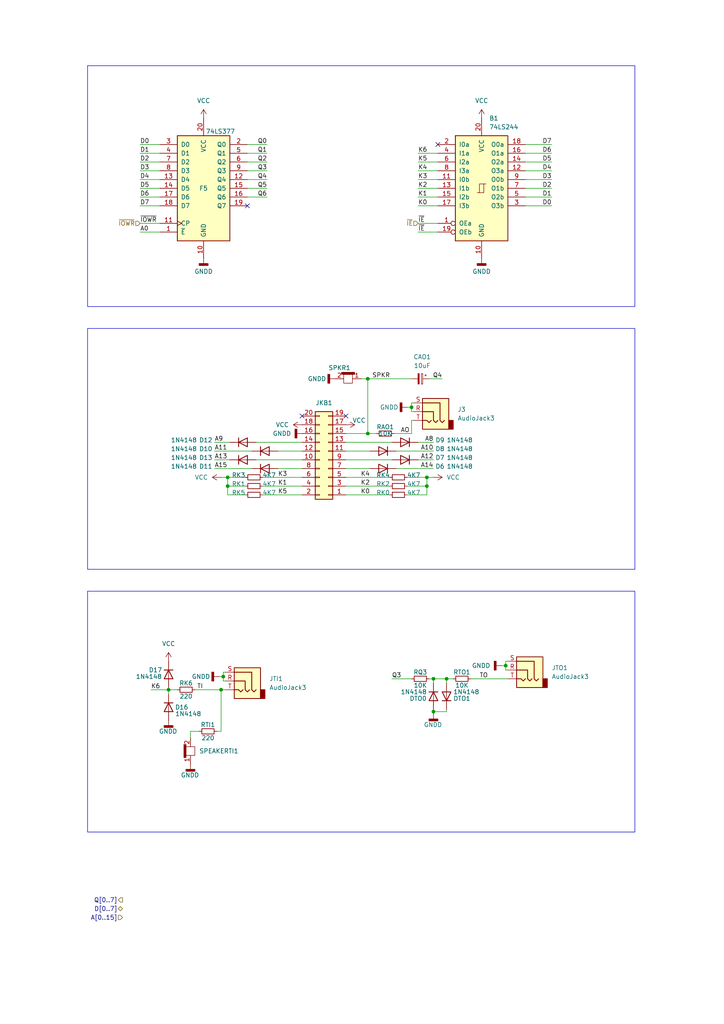
<source format=kicad_sch>
(kicad_sch (version 20231120) (generator "eeschema") (generator_version "8.0")
  (paper "A4" portrait)
  (title_block (title "Turbo Spectrum ( CoBra 2 ) ") (company "© 2022 The Cismas Foundation"))
  (lib_symbols
    (symbol "74xx:74LS244" (pin_names (offset 1.016))
      (property "Reference" "U" (at -7.62 16.51 0))
      (property "Value" "74LS244" (at -7.62 -16.51 0))
      (symbol "74LS244_1_0"
        (polyline (pts (xy -0.635 -1.27) (xy -0.635 1.27) (xy 0.635 1.27)))
        (polyline (pts (xy -1.27 -1.27) (xy 0.635 -1.27) (xy 0.635 1.27) (xy 1.27 1.27)))
        (pin input inverted (at -12.7 -10.16 0) (length 5.08) (name "OEa") (number "1"))
        (pin power_in line (at 0 -20.32 90) (length 5.08) (name "GND") (number "10"))
        (pin input line (at -12.7 2.54 0) (length 5.08) (name "I0b") (number "11"))
        (pin tri_state line (at 12.7 5.08 180) (length 5.08) (name "O3a") (number "12"))
        (pin input line (at -12.7 0 0) (length 5.08) (name "I1b") (number "13"))
        (pin tri_state line (at 12.7 7.62 180) (length 5.08) (name "O2a") (number "14"))
        (pin input line (at -12.7 -2.54 0) (length 5.08) (name "I2b") (number "15"))
        (pin tri_state line (at 12.7 10.16 180) (length 5.08) (name "O1a") (number "16"))
        (pin input line (at -12.7 -5.08 0) (length 5.08) (name "I3b") (number "17"))
        (pin tri_state line (at 12.7 12.7 180) (length 5.08) (name "O0a") (number "18"))
        (pin input inverted (at -12.7 -12.7 0) (length 5.08) (name "OEb") (number "19"))
        (pin input line (at -12.7 12.7 0) (length 5.08) (name "I0a") (number "2"))
        (pin power_in line (at 0 20.32 270) (length 5.08) (name "VCC") (number "20"))
        (pin tri_state line (at 12.7 -5.08 180) (length 5.08) (name "O3b") (number "3"))
        (pin input line (at -12.7 10.16 0) (length 5.08) (name "I1a") (number "4"))
        (pin tri_state line (at 12.7 -2.54 180) (length 5.08) (name "O2b") (number "5"))
        (pin input line (at -12.7 7.62 0) (length 5.08) (name "I2a") (number "6"))
        (pin tri_state line (at 12.7 0 180) (length 5.08) (name "O1b") (number "7"))
        (pin input line (at -12.7 5.08 0) (length 5.08) (name "I3a") (number "8"))
        (pin tri_state line (at 12.7 2.54 180) (length 5.08) (name "O0b") (number "9"))
      )
      (symbol "74LS244_1_1"
        (rectangle (start -7.62 15.24) (end 7.62 -15.24) (stroke (width 0.254)) (fill (type background)))
      )
    )
    (symbol "74xx:74LS377" (pin_names (offset 1.016))
      (property "Reference" "U" (at -7.62 16.51 0))
      (property "Value" "74LS377" (at -7.62 -16.51 0))
      (symbol "74LS377_1_0"
        (pin input line (at -12.7 -12.7 0) (length 5.08) (name "~{E}") (number "1"))
        (pin power_in line (at 0 -20.32 90) (length 5.08) (name "GND") (number "10"))
        (pin input clock (at -12.7 -10.16 0) (length 5.08) (name "CP") (number "11"))
        (pin output line (at 12.7 2.54 180) (length 5.08) (name "Q4") (number "12"))
        (pin input line (at -12.7 2.54 0) (length 5.08) (name "D4") (number "13"))
        (pin input line (at -12.7 0 0) (length 5.08) (name "D5") (number "14"))
        (pin output line (at 12.7 0 180) (length 5.08) (name "Q5") (number "15"))
        (pin output line (at 12.7 -2.54 180) (length 5.08) (name "Q6") (number "16"))
        (pin input line (at -12.7 -2.54 0) (length 5.08) (name "D6") (number "17"))
        (pin input line (at -12.7 -5.08 0) (length 5.08) (name "D7") (number "18"))
        (pin output line (at 12.7 -5.08 180) (length 5.08) (name "Q7") (number "19"))
        (pin output line (at 12.7 12.7 180) (length 5.08) (name "Q0") (number "2"))
        (pin power_in line (at 0 20.32 270) (length 5.08) (name "VCC") (number "20"))
        (pin input line (at -12.7 12.7 0) (length 5.08) (name "D0") (number "3"))
        (pin input line (at -12.7 10.16 0) (length 5.08) (name "D1") (number "4"))
        (pin output line (at 12.7 10.16 180) (length 5.08) (name "Q1") (number "5"))
        (pin output line (at 12.7 7.62 180) (length 5.08) (name "Q2") (number "6"))
        (pin input line (at -12.7 7.62 0) (length 5.08) (name "D2") (number "7"))
        (pin input line (at -12.7 5.08 0) (length 5.08) (name "D3") (number "8"))
        (pin output line (at 12.7 5.08 180) (length 5.08) (name "Q3") (number "9"))
      )
      (symbol "74LS377_1_1"
        (rectangle (start -7.62 15.24) (end 7.62 -15.24) (stroke (width 0.254)) (fill (type background)))
      )
    )
    (symbol "Connector_Audio:AudioJack3"
      (property "Reference" "J" (at 0 8.89 0))
      (property "Value" "AudioJack3" (at 0 6.35 0))
      (symbol "AudioJack3_0_1"
        (rectangle (start -5.08 -5.08) (end -6.35 -2.54) (stroke (width 0.254)) (fill (type outline)))
        (polyline (pts (xy 0 -2.54) (xy 0.635 -3.175) (xy 1.27 -2.54) (xy 2.54 -2.54)) (stroke (width 0.254)))
        (polyline (pts (xy -1.905 -2.54) (xy -1.27 -3.175) (xy -0.635 -2.54) (xy -0.635 0) (xy 2.54 0)) (stroke (width 0.254)))
        (polyline (pts (xy 2.54 2.54) (xy -2.54 2.54) (xy -2.54 -2.54) (xy -3.175 -3.175) (xy -3.81 -2.54)) (stroke (width 0.254)))
        (rectangle (start 2.54 3.81) (end -5.08 -5.08) (stroke (width 0.254)) (fill (type background)))
      )
      (symbol "AudioJack3_1_1"
        (pin passive line (at 5.08 0 180) (length 2.54) (name "~") (number "R"))
        (pin passive line (at 5.08 2.54 180) (length 2.54) (name "~") (number "S"))
        (pin passive line (at 5.08 -2.54 180) (length 2.54) (name "~") (number "T"))
      )
    )
    (symbol "Connector_Generic:Conn_02x10_Odd_Even" (pin_names (offset 1.016) hide)
      (property "Reference" "J" (at 1.27 12.7 0))
      (property "Value" "Conn_02x10_Odd_Even" (at 1.27 -15.24 0))
      (symbol "Conn_02x10_Odd_Even_1_1"
        (rectangle (start -1.27 -12.573) (end 0 -12.827) (stroke (width 0.1524)))
        (rectangle (start -1.27 -10.033) (end 0 -10.287) (stroke (width 0.1524)))
        (rectangle (start -1.27 -7.493) (end 0 -7.747) (stroke (width 0.1524)))
        (rectangle (start -1.27 -4.953) (end 0 -5.207) (stroke (width 0.1524)))
        (rectangle (start -1.27 -2.413) (end 0 -2.667) (stroke (width 0.1524)))
        (rectangle (start -1.27 0.127) (end 0 -0.127) (stroke (width 0.1524)))
        (rectangle (start -1.27 2.667) (end 0 2.413) (stroke (width 0.1524)))
        (rectangle (start -1.27 5.207) (end 0 4.953) (stroke (width 0.1524)))
        (rectangle (start -1.27 7.747) (end 0 7.493) (stroke (width 0.1524)))
        (rectangle (start -1.27 10.287) (end 0 10.033) (stroke (width 0.1524)))
        (rectangle (start -1.27 11.43) (end 3.81 -13.97) (stroke (width 0.254)) (fill (type background)))
        (rectangle (start 3.81 -12.573) (end 2.54 -12.827) (stroke (width 0.1524)))
        (rectangle (start 3.81 -10.033) (end 2.54 -10.287) (stroke (width 0.1524)))
        (rectangle (start 3.81 -7.493) (end 2.54 -7.747) (stroke (width 0.1524)))
        (rectangle (start 3.81 -4.953) (end 2.54 -5.207) (stroke (width 0.1524)))
        (rectangle (start 3.81 -2.413) (end 2.54 -2.667) (stroke (width 0.1524)))
        (rectangle (start 3.81 0.127) (end 2.54 -0.127) (stroke (width 0.1524)))
        (rectangle (start 3.81 2.667) (end 2.54 2.413) (stroke (width 0.1524)))
        (rectangle (start 3.81 5.207) (end 2.54 4.953) (stroke (width 0.1524)))
        (rectangle (start 3.81 7.747) (end 2.54 7.493) (stroke (width 0.1524)))
        (rectangle (start 3.81 10.287) (end 2.54 10.033) (stroke (width 0.1524)))
        (pin passive line (at -5.08 10.16 0) (length 3.81) (name "Pin_1") (number "1"))
        (pin passive line (at 7.62 0 180) (length 3.81) (name "Pin_10") (number "10"))
        (pin passive line (at -5.08 -2.54 0) (length 3.81) (name "Pin_11") (number "11"))
        (pin passive line (at 7.62 -2.54 180) (length 3.81) (name "Pin_12") (number "12"))
        (pin passive line (at -5.08 -5.08 0) (length 3.81) (name "Pin_13") (number "13"))
        (pin passive line (at 7.62 -5.08 180) (length 3.81) (name "Pin_14") (number "14"))
        (pin passive line (at -5.08 -7.62 0) (length 3.81) (name "Pin_15") (number "15"))
        (pin passive line (at 7.62 -7.62 180) (length 3.81) (name "Pin_16") (number "16"))
        (pin passive line (at -5.08 -10.16 0) (length 3.81) (name "Pin_17") (number "17"))
        (pin passive line (at 7.62 -10.16 180) (length 3.81) (name "Pin_18") (number "18"))
        (pin passive line (at -5.08 -12.7 0) (length 3.81) (name "Pin_19") (number "19"))
        (pin passive line (at 7.62 10.16 180) (length 3.81) (name "Pin_2") (number "2"))
        (pin passive line (at 7.62 -12.7 180) (length 3.81) (name "Pin_20") (number "20"))
        (pin passive line (at -5.08 7.62 0) (length 3.81) (name "Pin_3") (number "3"))
        (pin passive line (at 7.62 7.62 180) (length 3.81) (name "Pin_4") (number "4"))
        (pin passive line (at -5.08 5.08 0) (length 3.81) (name "Pin_5") (number "5"))
        (pin passive line (at 7.62 5.08 180) (length 3.81) (name "Pin_6") (number "6"))
        (pin passive line (at -5.08 2.54 0) (length 3.81) (name "Pin_7") (number "7"))
        (pin passive line (at 7.62 2.54 180) (length 3.81) (name "Pin_8") (number "8"))
        (pin passive line (at -5.08 0 0) (length 3.81) (name "Pin_9") (number "9"))
      )
    )
    (symbol "Device:C_Polarized_Small" (pin_numbers hide) (pin_names (offset 0.254) hide)
      (property "Reference" "C" (at 0.254 1.778 0))
      (property "Value" "C_Polarized_Small" (at 0.254 -2.032 0))
      (symbol "C_Polarized_Small_0_1"
        (rectangle (start -1.524 -0.3048) (end 1.524 -0.6858) (fill (type outline)))
        (rectangle (start -1.524 0.6858) (end 1.524 0.3048))
        (polyline (pts (xy -1.27 1.524) (xy -0.762 1.524)))
        (polyline (pts (xy -1.016 1.27) (xy -1.016 1.778)))
      )
      (symbol "C_Polarized_Small_1_1"
        (pin passive line (at 0 2.54 270) (length 1.8542) (name "~") (number "1"))
        (pin passive line (at 0 -2.54 90) (length 1.8542) (name "~") (number "2"))
      )
    )
    (symbol "Device:Earphone" (pin_names (offset 0.0254) hide)
      (property "Reference" "LS" (at 2.54 3.81 0))
      (property "Value" "Earphone" (at 2.54 1.905 0))
      (symbol "Earphone_0_1"
        (rectangle (start 1.27 -0.635) (end 1.905 3.175) (fill (type outline)))
        (rectangle (start 1.27 0) (end -1.27 2.54))
      )
      (symbol "Earphone_1_1"
        (pin passive line (at 0 -2.54 90) (length 2.54) (name "-") (number "1"))
        (pin passive line (at 0 5.08 270) (length 2.54) (name "+") (number "2"))
      )
    )
    (symbol "Device:R_Small" (pin_numbers hide) (pin_names (offset 0.254) hide)
      (property "Reference" "R" (at 0.762 0.508 0))
      (property "Value" "R_Small" (at 0.762 -1.016 0))
      (symbol "R_Small_0_1"
        (rectangle (start -0.762 1.778) (end 0.762 -1.778) (stroke (width 0.2032)))
      )
      (symbol "R_Small_1_1"
        (pin passive line (at 0 2.54 270) (length 0.762) (name "~") (number "1"))
        (pin passive line (at 0 -2.54 90) (length 0.762) (name "~") (number "2"))
      )
    )
    (symbol "Diode:1N4148" (pin_numbers hide) (pin_names hide)
      (property "Reference" "D" (at 0 2.54 0))
      (property "Value" "1N4148" (at 0 -2.54 0))
      (symbol "1N4148_0_1"
        (polyline (pts (xy -1.27 1.27) (xy -1.27 -1.27)) (stroke (width 0.254)))
        (polyline (pts (xy 1.27 0) (xy -1.27 0)))
        (polyline (pts (xy 1.27 1.27) (xy 1.27 -1.27) (xy -1.27 0) (xy 1.27 1.27)) (stroke (width 0.254)))
      )
      (symbol "1N4148_1_1"
        (pin passive line (at -3.81 0 0) (length 2.54) (name "K") (number "1"))
        (pin passive line (at 3.81 0 180) (length 2.54) (name "A") (number "2"))
      )
    )
    (symbol "power:GNDD" (power) (pin_numbers hide) (pin_names (offset 0) hide)
      (property "Value" "GNDD" (at 0 -3.175 0))
      (symbol "GNDD_0_1"
        (rectangle (start -1.27 -1.524) (end 1.27 -2.032) (stroke (width 0.254)) (fill (type outline)))
        (polyline (pts (xy 0 0) (xy 0 -1.524)))
      )
      (symbol "GNDD_1_1"
        (pin power_in line (at 0 0 270) (length 0) (name "~") (number "1"))
      )
    )
    (symbol "power:VCC" (power) (pin_numbers hide) (pin_names (offset 0) hide)
      (property "Value" "VCC" (at 0 3.556 0))
      (symbol "VCC_0_1"
        (polyline (pts (xy -0.762 1.27) (xy 0 2.54)))
        (polyline (pts (xy 0 0) (xy 0 2.54)))
        (polyline (pts (xy 0 2.54) (xy 0.762 1.27)))
      )
      (symbol "VCC_1_1"
        (pin power_in line (at 0 0 90) (length 0) (name "~") (number "1"))
      )
    )
  )
  (junction (at 64.135 200.025))
  (junction (at 123.825 138.43))
  (junction (at 119.38 118.11))
  (junction (at 129.54 196.85))
  (junction (at 66.04 140.97))
  (junction (at 123.825 140.97))
  (junction (at 48.895 200.025))
  (junction (at 64.77 196.215))
  (junction (at 106.68 109.855))
  (junction (at 125.73 196.85))
  (junction (at 66.04 138.43))
  (junction (at 106.68 125.73))
  (junction (at 146.685 193.04))
  (junction (at 125.73 206.375))
  (no_connect (at 87.63 120.65))
  (no_connect (at 100.33 120.65))
  (no_connect (at 127 41.91))
  (no_connect (at 71.755 59.69))
  (wire (pts (xy 114.935 130.81) (xy 125.73 130.81)))
  (wire (pts (xy 100.33 130.81) (xy 107.315 130.81)))
  (wire (pts (xy 71.755 44.45) (xy 77.47 44.45)))
  (wire (pts (xy 129.54 205.74) (xy 129.54 206.375)))
  (wire (pts (xy 145.415 193.04) (xy 146.685 193.04)))
  (wire (pts (xy 64.135 200.025) (xy 65.405 200.025)))
  (wire (pts (xy 106.68 125.73) (xy 109.22 125.73)))
  (wire (pts (xy 147.32 194.31) (xy 146.685 194.31)))
  (wire (pts (xy 121.285 52.07) (xy 127 52.07)))
  (wire (pts (xy 51.435 200.025) (xy 48.895 200.025)))
  (wire (pts (xy 152.4 54.61) (xy 160.02 54.61)))
  (wire (pts (xy 129.54 198.12) (xy 129.54 196.85)))
  (wire (pts (xy 40.64 49.53) (xy 46.355 49.53)))
  (wire (pts (xy 118.11 118.11) (xy 119.38 118.11)))
  (wire (pts (xy 73.025 135.89) (xy 62.23 135.89)))
  (wire (pts (xy 66.04 138.43) (xy 71.12 138.43)))
  (wire (pts (xy 121.285 67.31) (xy 127 67.31)))
  (wire (pts (xy 119.38 121.92) (xy 120.015 121.92)))
  (wire (pts (xy 118.11 138.43) (xy 123.825 138.43)))
  (wire (pts (xy 100.33 133.35) (xy 113.665 133.35)))
  (wire (pts (xy 66.675 133.35) (xy 62.23 133.35)))
  (wire (pts (xy 121.285 57.15) (xy 127 57.15)))
  (wire (pts (xy 146.685 194.31) (xy 146.685 193.04)))
  (wire (pts (xy 106.68 109.855) (xy 119.38 109.855)))
  (wire (pts (xy 104.775 109.855) (xy 106.68 109.855)))
  (wire (pts (xy 119.38 125.73) (xy 119.38 121.92)))
  (wire (pts (xy 48.895 200.025) (xy 48.895 201.295)))
  (wire (pts (xy 136.525 196.85) (xy 147.32 196.85)))
  (wire (pts (xy 121.285 46.99) (xy 127 46.99)))
  (wire (pts (xy 40.64 54.61) (xy 46.355 54.61)))
  (wire (pts (xy 62.865 212.09) (xy 64.135 212.09)))
  (wire (pts (xy 48.895 199.39) (xy 48.895 200.025)))
  (wire (pts (xy 64.77 194.945) (xy 65.405 194.945)))
  (wire (pts (xy 56.515 200.025) (xy 64.135 200.025)))
  (wire (pts (xy 121.285 44.45) (xy 127 44.45)))
  (wire (pts (xy 71.755 41.91) (xy 77.47 41.91)))
  (wire (pts (xy 76.2 143.51) (xy 87.63 143.51)))
  (wire (pts (xy 124.46 196.85) (xy 125.73 196.85)))
  (wire (pts (xy 121.285 59.69) (xy 127 59.69)))
  (wire (pts (xy 121.285 64.77) (xy 127 64.77)))
  (wire (pts (xy 152.4 52.07) (xy 160.02 52.07)))
  (wire (pts (xy 146.685 191.77) (xy 147.32 191.77)))
  (wire (pts (xy 40.64 46.99) (xy 46.355 46.99)))
  (wire (pts (xy 76.2 138.43) (xy 87.63 138.43)))
  (wire (pts (xy 66.675 128.27) (xy 62.23 128.27)))
  (wire (pts (xy 76.2 140.97) (xy 87.63 140.97)))
  (wire (pts (xy 121.285 133.35) (xy 125.73 133.35)))
  (wire (pts (xy 80.645 135.89) (xy 87.63 135.89)))
  (wire (pts (xy 40.64 59.69) (xy 46.355 59.69)))
  (wire (pts (xy 125.73 205.74) (xy 125.73 206.375)))
  (wire (pts (xy 40.64 52.07) (xy 46.355 52.07)))
  (wire (pts (xy 152.4 46.99) (xy 160.02 46.99)))
  (wire (pts (xy 100.33 143.51) (xy 113.03 143.51)))
  (wire (pts (xy 40.64 57.15) (xy 46.355 57.15)))
  (wire (pts (xy 43.815 200.025) (xy 48.895 200.025)))
  (wire (pts (xy 55.245 212.09) (xy 57.785 212.09)))
  (wire (pts (xy 123.825 140.97) (xy 123.825 143.51)))
  (wire (pts (xy 121.285 54.61) (xy 127 54.61)))
  (wire (pts (xy 74.295 133.35) (xy 87.63 133.35)))
  (wire (pts (xy 118.11 143.51) (xy 123.825 143.51)))
  (wire (pts (xy 125.73 206.375) (xy 125.73 207.01)))
  (wire (pts (xy 40.64 41.91) (xy 46.355 41.91)))
  (wire (pts (xy 114.935 135.89) (xy 125.73 135.89)))
  (wire (pts (xy 106.68 109.855) (xy 106.68 125.73)))
  (wire (pts (xy 66.04 140.97) (xy 66.04 143.51)))
  (wire (pts (xy 146.685 193.04) (xy 146.685 191.77)))
  (wire (pts (xy 152.4 41.91) (xy 160.02 41.91)))
  (wire (pts (xy 71.755 49.53) (xy 77.47 49.53)))
  (wire (pts (xy 114.3 125.73) (xy 119.38 125.73)))
  (wire (pts (xy 121.285 49.53) (xy 127 49.53)))
  (wire (pts (xy 55.245 212.09) (xy 55.245 213.995)))
  (wire (pts (xy 129.54 196.85) (xy 131.445 196.85)))
  (wire (pts (xy 100.33 140.97) (xy 113.03 140.97)))
  (wire (pts (xy 100.33 138.43) (xy 113.03 138.43)))
  (wire (pts (xy 119.38 116.84) (xy 120.015 116.84)))
  (wire (pts (xy 124.46 109.855) (xy 128.27 109.855)))
  (wire (pts (xy 40.64 64.77) (xy 46.355 64.77)))
  (wire (pts (xy 100.33 135.89) (xy 107.315 135.89)))
  (wire (pts (xy 100.33 128.27) (xy 113.665 128.27)))
  (wire (pts (xy 125.73 196.85) (xy 129.54 196.85)))
  (wire (pts (xy 71.755 52.07) (xy 77.47 52.07)))
  (wire (pts (xy 71.755 57.15) (xy 77.47 57.15)))
  (wire (pts (xy 125.73 198.12) (xy 125.73 196.85)))
  (wire (pts (xy 129.54 206.375) (xy 125.73 206.375)))
  (wire (pts (xy 152.4 57.15) (xy 160.02 57.15)))
  (wire (pts (xy 71.12 143.51) (xy 66.04 143.51)))
  (wire (pts (xy 66.04 138.43) (xy 66.04 140.97)))
  (wire (pts (xy 121.285 128.27) (xy 125.73 128.27)))
  (wire (pts (xy 125.73 138.43) (xy 123.825 138.43)))
  (wire (pts (xy 119.38 119.38) (xy 119.38 118.11)))
  (wire (pts (xy 64.135 212.09) (xy 64.135 200.025)))
  (wire (pts (xy 113.665 196.85) (xy 119.38 196.85)))
  (wire (pts (xy 119.38 118.11) (xy 119.38 116.84)))
  (wire (pts (xy 65.405 197.485) (xy 64.77 197.485)))
  (wire (pts (xy 64.135 138.43) (xy 66.04 138.43)))
  (wire (pts (xy 123.825 138.43) (xy 123.825 140.97)))
  (wire (pts (xy 152.4 59.69) (xy 160.02 59.69)))
  (wire (pts (xy 73.025 130.81) (xy 62.23 130.81)))
  (wire (pts (xy 40.64 44.45) (xy 46.355 44.45)))
  (wire (pts (xy 152.4 44.45) (xy 160.02 44.45)))
  (wire (pts (xy 100.33 125.73) (xy 106.68 125.73)))
  (wire (pts (xy 66.04 140.97) (xy 71.12 140.97)))
  (wire (pts (xy 152.4 49.53) (xy 160.02 49.53)))
  (wire (pts (xy 118.11 140.97) (xy 123.825 140.97)))
  (wire (pts (xy 120.015 119.38) (xy 119.38 119.38)))
  (wire (pts (xy 64.77 197.485) (xy 64.77 196.215)))
  (wire (pts (xy 64.77 196.215) (xy 64.77 194.945)))
  (wire (pts (xy 80.645 130.81) (xy 87.63 130.81)))
  (wire (pts (xy 63.5 196.215) (xy 64.77 196.215)))
  (wire (pts (xy 74.295 128.27) (xy 87.63 128.27)))
  (wire (pts (xy 71.755 46.99) (xy 77.47 46.99)))
  (wire (pts (xy 40.64 67.31) (xy 46.355 67.31)))
  (wire (pts (xy 71.755 54.61) (xy 77.47 54.61)))
  (rectangle (start 25.4 171.45) (end 184.15 241.3))
  (rectangle (start 25.4 95.25) (end 184.15 165.1))
  (rectangle (start 25.4 19.05) (end 184.15 88.9))
  (label "Q0" (at 77.47 41.91 180))
  (label "K6" (at 43.815 200.025 0))
  (label "D4" (at 160.02 49.53 180))
  (label "D5" (at 160.02 46.99 180))
  (label "A12" (at 125.73 133.35 180))
  (label "K2" (at 121.285 54.61 0))
  (label "K4" (at 121.285 49.53 0))
  (label "Q4" (at 128.27 109.855 180))
  (label "Q4" (at 77.47 52.07 180))
  (label "K1" (at 80.645 140.97 0))
  (label "~{IE}" (at 121.285 64.77 0))
  (label "D0" (at 40.64 41.91 0))
  (label "D2" (at 40.64 46.99 0))
  (label "K4" (at 107.315 138.43 180))
  (label "Q3" (at 113.665 196.85 0))
  (label "~{IOWR}" (at 40.64 64.77 0))
  (label "A9" (at 62.23 128.27 0))
  (label "A13" (at 62.23 133.35 0))
  (label "A0" (at 40.64 67.31 0))
  (label "D2" (at 160.02 54.61 180))
  (label "K1" (at 121.285 57.15 0))
  (label "D6" (at 40.64 57.15 0))
  (label "D7" (at 160.02 41.91 180))
  (label "K3" (at 80.645 138.43 0))
  (label "D1" (at 40.64 44.45 0))
  (label "D3" (at 40.64 49.53 0))
  (label "D0" (at 160.02 59.69 180))
  (label "A15" (at 62.23 135.89 0))
  (label "D5" (at 40.64 54.61 0))
  (label "K0" (at 121.285 59.69 0))
  (label "D7" (at 40.64 59.69 0))
  (label "A8" (at 125.73 128.27 180))
  (label "SPKR" (at 107.95 109.855 0))
  (label "D6" (at 160.02 44.45 180))
  (label "TI" (at 57.15 200.025 0))
  (label "~{IE}" (at 121.285 67.31 0))
  (label "Q1" (at 77.47 44.45 180))
  (label "A14" (at 125.73 135.89 180))
  (label "K5" (at 80.645 143.51 0))
  (label "AO" (at 116.205 125.73 0))
  (label "A11" (at 62.23 130.81 0))
  (label "A10" (at 125.73 130.81 180))
  (label "K2" (at 107.315 140.97 180))
  (label "K5" (at 121.285 46.99 0))
  (label "TO" (at 139.065 196.85 0))
  (label "D1" (at 160.02 57.15 180))
  (label "Q6" (at 77.47 57.15 180))
  (label "D3" (at 160.02 52.07 180))
  (label "Q3" (at 77.47 49.53 180))
  (label "D4" (at 40.64 52.07 0))
  (label "K6" (at 121.285 44.45 0))
  (label "K3" (at 121.285 52.07 0))
  (label "K0" (at 107.315 143.51 180))
  (label "Q5" (at 77.47 54.61 180))
  (label "Q2" (at 77.47 46.99 180))
  (hierarchical_label "~{IE}" (shape input) (at 121.285 64.77 180))
  (hierarchical_label "~{IOWR}" (shape input) (at 40.64 64.77 180))
  (hierarchical_label "D[0..7]" (shape bidirectional) (at 35.56 263.525 180))
  (hierarchical_label "Q[0..7]" (shape output) (at 35.56 260.985 180))
  (hierarchical_label "A[0..15]" (shape input) (at 35.56 266.065 180))
  (symbol (lib_id "Device:R_Small") (at 121.92 196.85 90) (unit 1)
    (property "Reference" "RQ3" (at 121.92 194.945 90))
    (property "Value" "10K" (at 121.92 198.755 90))
    (property "Footprint" "Resistor_THT:R_Axial_DIN0204_L3.6mm_D1.6mm_P7.62mm_Horizontal" (effects (hide yes)))
    (property "Description" "Resistor, small symbol" (effects (hide yes)))
  )
  (symbol (lib_id "Device:R_Small") (at 115.57 140.97 90) (unit 1)
    (property "Reference" "RK2" (at 111.125 140.335 90))
    (property "Value" "4K7" (at 120.015 140.335 90))
    (property "Footprint" "Resistor_THT:R_Axial_DIN0204_L3.6mm_D1.6mm_P7.62mm_Horizontal" (effects (hide yes)))
    (property "Description" "Resistor, small symbol" (effects (hide yes)))
  )
  (symbol (lib_id "Device:R_Small") (at 73.66 140.97 90) (unit 1)
    (property "Reference" "RK1" (at 69.215 140.335 90))
    (property "Value" "4K7" (at 78.105 140.335 90))
    (property "Footprint" "Resistor_THT:R_Axial_DIN0204_L3.6mm_D1.6mm_P7.62mm_Horizontal" (effects (hide yes)))
    (property "Description" "Resistor, small symbol" (effects (hide yes)))
  )
  (symbol (lib_id "Connector_Audio:AudioJack3") (at 70.485 197.485 0) (mirror y) (unit 1)
    (property "Reference" "JTI1" (at 78.105 196.8499 0) (effects (justify right)))
    (property "Value" "AudioJack3" (at 78.105 199.3899 0) (effects (justify right)))
    (property "Footprint" "Connector_Audio:Jack_3.5mm_CUI_SJ1-3533NG_Horizontal" (effects (hide yes)))
    (property "Description" "Audio Jack, 3 Poles (Stereo / TRS)" (effects (hide yes)))
  )
  (symbol (lib_id "power:GNDD") (at 125.73 207.01 0) (unit 1)
    (property "Reference" "#PWR0197" (effects (hide yes)))
    (property "Value" "GNDD" (at 128.27 210.185 0) (effects (justify right)))
    (property "Description" "Power symbol creates a global label with name \"GNDD\" , digital ground" (effects (hide yes)))
  )
  (symbol (lib_id "power:GNDD") (at 139.7 74.93 0) (unit 1)
    (property "Reference" "#PWR0189" (effects (hide yes)))
    (property "Value" "GNDD" (at 139.7 78.74 0))
    (property "Description" "Power symbol creates a global label with name \"GNDD\" , digital ground" (effects (hide yes)))
  )
  (symbol (lib_id "power:GNDD") (at 87.63 125.73 270) (unit 1)
    (property "Reference" "#PWR0194" (effects (hide yes)))
    (property "Value" "GNDD" (at 84.455 125.7299 90) (effects (justify right)))
    (property "Description" "Power symbol creates a global label with name \"GNDD\" , digital ground" (effects (hide yes)))
  )
  (symbol (lib_id "Diode:1N4148") (at 76.835 135.89 0) (mirror x) (unit 1)
    (property "Reference" "D11" (at 59.69 135.255 0))
    (property "Value" "1N4148" (at 53.34 135.255 0))
    (property "Footprint" "Diode_THT:D_DO-35_SOD27_P7.62mm_Horizontal" (effects (hide yes)))
    (property "Datasheet" "https://assets.nexperia.com/documents/data-sheet/1N4148_1N4448.pdf" (effects (hide yes)))
    (property "Description" "100V 0.15A standard switching diode, DO-35" (effects (hide yes)))
    (property "Sim.Device" "D" (effects (hide yes)))
    (property "Sim.Pins" "1=K 2=A" (effects (hide yes)))
  )
  (symbol (lib_id "Device:C_Polarized_Small") (at 121.92 109.855 270) (unit 1)
    (property "Reference" "CAO1" (at 122.4661 103.505 90))
    (property "Value" "10uF" (at 122.4661 106.045 90))
    (property "Footprint" "Capacitor_THT:CP_Radial_D5.0mm_P2.50mm" (effects (hide yes)))
    (property "Description" "Polarized capacitor, small symbol" (effects (hide yes)))
  )
  (symbol (lib_id "Diode:1N4148") (at 117.475 128.27 180) (unit 1)
    (property "Reference" "D9" (at 127.635 127.635 0))
    (property "Value" "1N4148" (at 133.35 127.635 0))
    (property "Footprint" "Diode_THT:D_DO-35_SOD27_P7.62mm_Horizontal" (effects (hide yes)))
    (property "Datasheet" "https://assets.nexperia.com/documents/data-sheet/1N4148_1N4448.pdf" (effects (hide yes)))
    (property "Description" "100V 0.15A standard switching diode, DO-35" (effects (hide yes)))
    (property "Sim.Device" "D" (effects (hide yes)))
    (property "Sim.Pins" "1=K 2=A" (effects (hide yes)))
  )
  (symbol (lib_id "Diode:1N4148") (at 111.125 135.89 180) (unit 1)
    (property "Reference" "D6" (at 127.635 135.255 0))
    (property "Value" "1N4148" (at 133.35 135.255 0))
    (property "Footprint" "Diode_THT:D_DO-35_SOD27_P7.62mm_Horizontal" (effects (hide yes)))
    (property "Datasheet" "https://assets.nexperia.com/documents/data-sheet/1N4148_1N4448.pdf" (effects (hide yes)))
    (property "Description" "100V 0.15A standard switching diode, DO-35" (effects (hide yes)))
    (property "Sim.Device" "D" (effects (hide yes)))
    (property "Sim.Pins" "1=K 2=A" (effects (hide yes)))
  )
  (symbol (lib_id "power:GNDD") (at 118.11 118.11 270) (unit 1)
    (property "Reference" "#PWR0191" (effects (hide yes)))
    (property "Value" "GNDD" (at 115.57 118.11 90) (effects (justify right)))
    (property "Description" "Power symbol creates a global label with name \"GNDD\" , digital ground" (effects (hide yes)))
  )
  (symbol (lib_id "Diode:1N4148") (at 76.835 130.81 0) (mirror x) (unit 1)
    (property "Reference" "D10" (at 59.69 130.175 0))
    (property "Value" "1N4148" (at 53.34 130.175 0))
    (property "Footprint" "Diode_THT:D_DO-35_SOD27_P7.62mm_Horizontal" (effects (hide yes)))
    (property "Datasheet" "https://assets.nexperia.com/documents/data-sheet/1N4148_1N4448.pdf" (effects (hide yes)))
    (property "Description" "100V 0.15A standard switching diode, DO-35" (effects (hide yes)))
    (property "Sim.Device" "D" (effects (hide yes)))
    (property "Sim.Pins" "1=K 2=A" (effects (hide yes)))
  )
  (symbol (lib_id "Connector_Audio:AudioJack3") (at 152.4 194.31 0) (mirror y) (unit 1)
    (property "Reference" "JTO1" (at 160.02 193.6749 0) (effects (justify right)))
    (property "Value" "AudioJack3" (at 160.02 196.2149 0) (effects (justify right)))
    (property "Footprint" "Connector_Audio:Jack_3.5mm_CUI_SJ1-3533NG_Horizontal" (effects (hide yes)))
    (property "Description" "Audio Jack, 3 Poles (Stereo / TRS)" (effects (hide yes)))
  )
  (symbol (lib_id "power:GNDD") (at 55.245 221.615 0) (unit 1)
    (property "Reference" "#PWR0200" (effects (hide yes)))
    (property "Value" "GNDD" (at 57.785 224.79 0) (effects (justify right)))
    (property "Description" "Power symbol creates a global label with name \"GNDD\" , digital ground" (effects (hide yes)))
  )
  (symbol (lib_id "power:VCC") (at 59.055 34.29 0) (unit 1)
    (property "Reference" "#PWR0186" (effects (hide yes)))
    (property "Value" "VCC" (at 59.055 29.21 0))
    (property "Description" "Power symbol creates a global label with name \"VCC\"" (effects (hide yes)))
  )
  (symbol (lib_id "power:VCC") (at 100.33 123.19 270) (unit 1)
    (property "Reference" "#PWR0192" (effects (hide yes)))
    (property "Value" "VCC" (at 102.235 121.92 90) (effects (justify left)))
    (property "Description" "Power symbol creates a global label with name \"VCC\"" (effects (hide yes)))
  )
  (symbol (lib_id "Device:R_Small") (at 60.325 212.09 90) (unit 1)
    (property "Reference" "RTI1" (at 60.325 210.185 90))
    (property "Value" "220" (at 60.325 213.995 90))
    (property "Footprint" "Resistor_THT:R_Axial_DIN0204_L3.6mm_D1.6mm_P7.62mm_Horizontal" (effects (hide yes)))
    (property "Description" "Resistor, small symbol" (effects (hide yes)))
  )
  (symbol (lib_id "power:VCC") (at 125.73 138.43 270) (unit 1)
    (property "Reference" "#PWR0190" (effects (hide yes)))
    (property "Value" "VCC" (at 129.54 138.4299 90) (effects (justify left)))
    (property "Description" "Power symbol creates a global label with name \"VCC\"" (effects (hide yes)))
  )
  (symbol (lib_id "Device:R_Small") (at 115.57 143.51 90) (unit 1)
    (property "Reference" "RK0" (at 111.125 142.875 90))
    (property "Value" "4K7" (at 120.015 142.875 90))
    (property "Footprint" "Resistor_THT:R_Axial_DIN0204_L3.6mm_D1.6mm_P7.62mm_Horizontal" (effects (hide yes)))
    (property "Description" "Resistor, small symbol" (effects (hide yes)))
  )
  (symbol (lib_id "Device:R_Small") (at 115.57 138.43 90) (unit 1)
    (property "Reference" "RK4" (at 111.125 137.795 90))
    (property "Value" "4K7" (at 120.015 137.795 90))
    (property "Footprint" "Resistor_THT:R_Axial_DIN0204_L3.6mm_D1.6mm_P7.62mm_Horizontal" (effects (hide yes)))
    (property "Description" "Resistor, small symbol" (effects (hide yes)))
  )
  (symbol (lib_id "Diode:1N4148") (at 48.895 195.58 270) (unit 1)
    (property "Reference" "D17" (at 45.085 194.31 90))
    (property "Value" "1N4148" (at 43.18 196.215 90))
    (property "Footprint" "Diode_THT:D_DO-35_SOD27_P7.62mm_Horizontal" (effects (hide yes)))
    (property "Datasheet" "https://assets.nexperia.com/documents/data-sheet/1N4148_1N4448.pdf" (effects (hide yes)))
    (property "Description" "100V 0.15A standard switching diode, DO-35" (effects (hide yes)))
    (property "Sim.Device" "D" (effects (hide yes)))
    (property "Sim.Pins" "1=K 2=A" (effects (hide yes)))
  )
  (symbol (lib_id "Connector_Generic:Conn_02x10_Odd_Even") (at 95.25 133.35 180) (unit 1)
    (property "Reference" "JKB1" (at 93.98 116.84 0))
    (property "Value" "Conn_02x10_Odd_Even" (effects (hide yes)))
    (property "Footprint" "Connector_PinHeader_2.54mm:PinHeader_2x10_P2.54mm_Vertical" (effects (hide yes)))
    (property "Description" "Generic connector, double row, 02x10, odd/even pin numbering scheme (row 1 odd numbers, row 2 even numbers), script generated (kicad-library-utils/schlib/autogen/connector/)" (effects (hide yes)))
  )
  (symbol (lib_id "Device:Earphone") (at 102.235 109.855 90) (unit 1)
    (property "Reference" "SPKR1" (at 95.25 106.68 90) (effects (justify right)))
    (property "Value" "Earphone" (effects (hide yes)))
    (property "Description" "Earphone, polarized" (effects (hide yes)))
  )
  (symbol (lib_id "Device:R_Small") (at 53.975 200.025 90) (unit 1)
    (property "Reference" "RK6" (at 53.975 198.12 90))
    (property "Value" "220" (at 53.975 201.93 90))
    (property "Footprint" "Resistor_THT:R_Axial_DIN0204_L3.6mm_D1.6mm_P7.62mm_Horizontal" (effects (hide yes)))
    (property "Description" "Resistor, small symbol" (effects (hide yes)))
  )
  (symbol (lib_id "74xx:74LS244") (at 139.7 54.61 0) (unit 1)
    (property "Reference" "B1" (at 141.8941 34.29 0) (effects (justify left)))
    (property "Value" "74LS244" (at 141.8941 36.83 0) (effects (justify left)))
    (property "Footprint" "Package_DIP:DIP-20_W7.62mm" (effects (hide yes)))
    (property "Datasheet" "http://www.ti.com/lit/ds/symlink/sn74ls244.pdf" (effects (hide yes)))
    (property "Description" "Octal Buffer and Line Driver With 3-State Output, active-low enables, non-inverting outputs" (effects (hide yes)))
  )
  (symbol (lib_id "Diode:1N4148") (at 117.475 133.35 180) (unit 1)
    (property "Reference" "D7" (at 127.635 132.715 0))
    (property "Value" "1N4148" (at 133.35 132.715 0))
    (property "Footprint" "Diode_THT:D_DO-35_SOD27_P7.62mm_Horizontal" (effects (hide yes)))
    (property "Datasheet" "https://assets.nexperia.com/documents/data-sheet/1N4148_1N4448.pdf" (effects (hide yes)))
    (property "Description" "100V 0.15A standard switching diode, DO-35" (effects (hide yes)))
    (property "Sim.Device" "D" (effects (hide yes)))
    (property "Sim.Pins" "1=K 2=A" (effects (hide yes)))
  )
  (symbol (lib_id "power:VCC") (at 48.895 191.77 0) (unit 1)
    (property "Reference" "#PWR0199" (effects (hide yes)))
    (property "Value" "VCC" (at 48.895 186.69 0))
    (property "Description" "Power symbol creates a global label with name \"VCC\"" (effects (hide yes)))
  )
  (symbol (lib_id "Device:R_Small") (at 111.76 125.73 90) (unit 1)
    (property "Reference" "RAO1" (at 111.76 123.825 90))
    (property "Value" "10K" (at 111.76 125.73 90))
    (property "Footprint" "Resistor_THT:R_Axial_DIN0204_L3.6mm_D1.6mm_P7.62mm_Horizontal" (effects (hide yes)))
    (property "Description" "Resistor, small symbol" (effects (hide yes)))
  )
  (symbol (lib_id "power:GNDD") (at 97.155 109.855 270) (unit 1)
    (property "Reference" "#PWR0201" (effects (hide yes)))
    (property "Value" "GNDD" (at 94.615 109.855 90) (effects (justify right)))
    (property "Description" "Power symbol creates a global label with name \"GNDD\" , digital ground" (effects (hide yes)))
  )
  (symbol (lib_id "Diode:1N4148") (at 48.895 205.105 270) (unit 1)
    (property "Reference" "D16" (at 52.705 205.105 90))
    (property "Value" "1N4148" (at 54.61 207.01 90))
    (property "Footprint" "Diode_THT:D_DO-35_SOD27_P7.62mm_Horizontal" (effects (hide yes)))
    (property "Datasheet" "https://assets.nexperia.com/documents/data-sheet/1N4148_1N4448.pdf" (effects (hide yes)))
    (property "Description" "100V 0.15A standard switching diode, DO-35" (effects (hide yes)))
    (property "Sim.Device" "D" (effects (hide yes)))
    (property "Sim.Pins" "1=K 2=A" (effects (hide yes)))
  )
  (symbol (lib_id "power:VCC") (at 139.7 34.29 0) (unit 1)
    (property "Reference" "#PWR0188" (effects (hide yes)))
    (property "Value" "VCC" (at 139.7 29.21 0))
    (property "Description" "Power symbol creates a global label with name \"VCC\"" (effects (hide yes)))
  )
  (symbol (lib_id "Device:R_Small") (at 73.66 143.51 90) (unit 1)
    (property "Reference" "RK5" (at 69.215 142.875 90))
    (property "Value" "4K7" (at 78.105 142.875 90))
    (property "Footprint" "Resistor_THT:R_Axial_DIN0204_L3.6mm_D1.6mm_P7.62mm_Horizontal" (effects (hide yes)))
    (property "Description" "Resistor, small symbol" (effects (hide yes)))
  )
  (symbol (lib_id "74xx:74LS377") (at 59.055 54.61 0) (unit 1)
    (property "Reference" "F5" (at 57.785 54.61 0) (effects (justify left)))
    (property "Value" "74LS377" (at 59.69 38.1 0) (effects (justify left)))
    (property "Footprint" "Package_DIP:DIP-20_W7.62mm" (effects (hide yes)))
    (property "Datasheet" "http://www.ti.com/lit/gpn/sn74LS377" (effects (hide yes)))
    (property "Description" "8-bit Register" (effects (hide yes)))
  )
  (symbol (lib_id "Device:R_Small") (at 73.66 138.43 90) (unit 1)
    (property "Reference" "RK3" (at 69.215 137.795 90))
    (property "Value" "4K7" (at 78.105 137.795 90))
    (property "Footprint" "Resistor_THT:R_Axial_DIN0204_L3.6mm_D1.6mm_P7.62mm_Horizontal" (effects (hide yes)))
    (property "Description" "Resistor, small symbol" (effects (hide yes)))
  )
  (symbol (lib_id "Diode:1N4148") (at 129.54 201.93 90) (unit 1)
    (property "Reference" "DTO1" (at 133.985 202.565 90))
    (property "Value" "1N4148" (at 135.255 200.66 90))
    (property "Footprint" "Diode_THT:D_DO-35_SOD27_P7.62mm_Horizontal" (effects (hide yes)))
    (property "Datasheet" "https://assets.nexperia.com/documents/data-sheet/1N4148_1N4448.pdf" (effects (hide yes)))
    (property "Description" "100V 0.15A standard switching diode, DO-35" (effects (hide yes)))
    (property "Sim.Device" "D" (effects (hide yes)))
    (property "Sim.Pins" "1=K 2=A" (effects (hide yes)))
  )
  (symbol (lib_id "power:GNDD") (at 59.055 74.93 0) (unit 1)
    (property "Reference" "#PWR0187" (effects (hide yes)))
    (property "Value" "GNDD" (at 59.055 78.74 0))
    (property "Description" "Power symbol creates a global label with name \"GNDD\" , digital ground" (effects (hide yes)))
  )
  (symbol (lib_id "power:VCC") (at 87.63 123.19 90) (unit 1)
    (property "Reference" "#PWR0193" (effects (hide yes)))
    (property "Value" "VCC" (at 83.82 123.1899 90) (effects (justify left)))
    (property "Description" "Power symbol creates a global label with name \"VCC\"" (effects (hide yes)))
  )
  (symbol (lib_id "power:GNDD") (at 48.895 208.915 0) (unit 1)
    (property "Reference" "#PWR0198" (effects (hide yes)))
    (property "Value" "GNDD" (at 51.435 212.09 0) (effects (justify right)))
    (property "Description" "Power symbol creates a global label with name \"GNDD\" , digital ground" (effects (hide yes)))
  )
  (symbol (lib_id "Diode:1N4148") (at 70.485 128.27 0) (mirror x) (unit 1)
    (property "Reference" "D12" (at 59.69 127.635 0))
    (property "Value" "1N4148" (at 53.34 127.635 0))
    (property "Footprint" "Diode_THT:D_DO-35_SOD27_P7.62mm_Horizontal" (effects (hide yes)))
    (property "Datasheet" "https://assets.nexperia.com/documents/data-sheet/1N4148_1N4448.pdf" (effects (hide yes)))
    (property "Description" "100V 0.15A standard switching diode, DO-35" (effects (hide yes)))
    (property "Sim.Device" "D" (effects (hide yes)))
    (property "Sim.Pins" "1=K 2=A" (effects (hide yes)))
  )
  (symbol (lib_id "Device:Earphone") (at 55.245 219.075 0) (mirror y) (unit 1)
    (property "Reference" "SPEAKERTI1" (at 57.785 217.8049 0) (effects (justify right)))
    (property "Value" "Earphone" (effects (hide yes)))
    (property "Description" "Earphone, polarized" (effects (hide yes)))
  )
  (symbol (lib_id "Device:R_Small") (at 133.985 196.85 90) (unit 1)
    (property "Reference" "RTO1" (at 133.985 194.945 90))
    (property "Value" "10K" (at 133.985 198.755 90))
    (property "Footprint" "Resistor_THT:R_Axial_DIN0204_L3.6mm_D1.6mm_P7.62mm_Horizontal" (effects (hide yes)))
    (property "Description" "Resistor, small symbol" (effects (hide yes)))
  )
  (symbol (lib_id "Diode:1N4148") (at 125.73 201.93 270) (unit 1)
    (property "Reference" "DTO0" (at 121.285 202.565 90))
    (property "Value" "1N4148" (at 120.015 200.66 90))
    (property "Footprint" "Diode_THT:D_DO-35_SOD27_P7.62mm_Horizontal" (effects (hide yes)))
    (property "Datasheet" "https://assets.nexperia.com/documents/data-sheet/1N4148_1N4448.pdf" (effects (hide yes)))
    (property "Description" "100V 0.15A standard switching diode, DO-35" (effects (hide yes)))
    (property "Sim.Device" "D" (effects (hide yes)))
    (property "Sim.Pins" "1=K 2=A" (effects (hide yes)))
  )
  (symbol (lib_id "Diode:1N4148") (at 70.485 133.35 0) (mirror x) (unit 1)
    (property "Reference" "D13" (at 59.69 132.715 0))
    (property "Value" "1N4148" (at 53.34 132.715 0))
    (property "Footprint" "Diode_THT:D_DO-35_SOD27_P7.62mm_Horizontal" (effects (hide yes)))
    (property "Datasheet" "https://assets.nexperia.com/documents/data-sheet/1N4148_1N4448.pdf" (effects (hide yes)))
    (property "Description" "100V 0.15A standard switching diode, DO-35" (effects (hide yes)))
    (property "Sim.Device" "D" (effects (hide yes)))
    (property "Sim.Pins" "1=K 2=A" (effects (hide yes)))
  )
  (symbol (lib_id "power:GNDD") (at 145.415 193.04 270) (unit 1)
    (property "Reference" "#PWR0195" (effects (hide yes)))
    (property "Value" "GNDD" (at 142.24 193.0399 90) (effects (justify right)))
    (property "Description" "Power symbol creates a global label with name \"GNDD\" , digital ground" (effects (hide yes)))
  )
  (symbol (lib_id "Diode:1N4148") (at 111.125 130.81 180) (unit 1)
    (property "Reference" "D8" (at 127.635 130.175 0))
    (property "Value" "1N4148" (at 133.35 130.175 0))
    (property "Footprint" "Diode_THT:D_DO-35_SOD27_P7.62mm_Horizontal" (effects (hide yes)))
    (property "Datasheet" "https://assets.nexperia.com/documents/data-sheet/1N4148_1N4448.pdf" (effects (hide yes)))
    (property "Description" "100V 0.15A standard switching diode, DO-35" (effects (hide yes)))
    (property "Sim.Device" "D" (effects (hide yes)))
    (property "Sim.Pins" "1=K 2=A" (effects (hide yes)))
  )
  (symbol (lib_id "power:GNDD") (at 63.5 196.215 270) (unit 1)
    (property "Reference" "#PWR0196" (effects (hide yes)))
    (property "Value" "GNDD" (at 60.96 196.215 90) (effects (justify right)))
    (property "Description" "Power symbol creates a global label with name \"GNDD\" , digital ground" (effects (hide yes)))
  )
  (symbol (lib_id "power:VCC") (at 64.135 138.43 90) (unit 1)
    (property "Reference" "#PWR0185" (effects (hide yes)))
    (property "Value" "VCC" (at 60.325 138.4299 90) (effects (justify left)))
    (property "Description" "Power symbol creates a global label with name \"VCC\"" (effects (hide yes)))
  )
  (symbol (lib_id "Connector_Audio:AudioJack3") (at 125.095 119.38 0) (mirror y) (unit 1)
    (property "Reference" "J3" (at 132.715 118.7449 0) (effects (justify right)))
    (property "Value" "AudioJack3" (at 132.715 121.2849 0) (effects (justify right)))
    (property "Footprint" "Connector_Audio:Jack_3.5mm_CUI_SJ1-3533NG_Horizontal" (effects (hide yes)))
    (property "Description" "Audio Jack, 3 Poles (Stereo / TRS)" (effects (hide yes)))
  )
)
</source>
